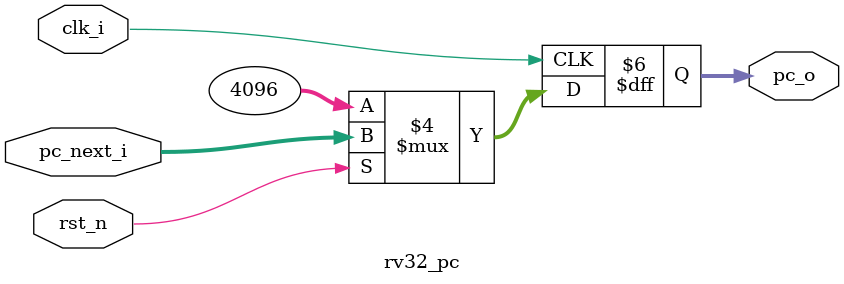
<source format=v>
`timescale 1ns / 1ps

module rv32_pc(
    input   wire           clk_i       ,
    input   wire           rst_n       ,
    input   wire   [31:0]  pc_next_i   ,
    output  reg    [31:0]  pc_o        
    );

    always @(posedge clk_i) begin
        if (!rst_n) begin
            pc_o <= 32'h0000_1000;
        end    
        else begin
            pc_o <= pc_next_i;
        end
    end
endmodule

</source>
